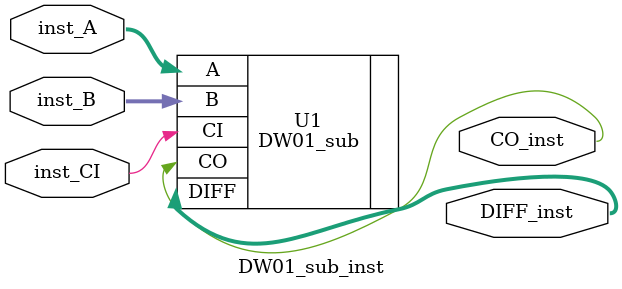
<source format=v>
module DW01_sub_inst( inst_A, inst_B, inst_CI, DIFF_inst, CO_inst );

  parameter width = 8;

  input [width-1 : 0] inst_A;
  input [width-1 : 0] inst_B;
  input inst_CI;
  output [width-1 : 0] DIFF_inst;
  output CO_inst;

  // Instance of DW01_sub
  DW01_sub #(width)
    U1 ( .A(inst_A),   .B(inst_B),   .CI(inst_CI), 
         .DIFF(DIFF_inst),   .CO(CO_inst) );

endmodule


</source>
